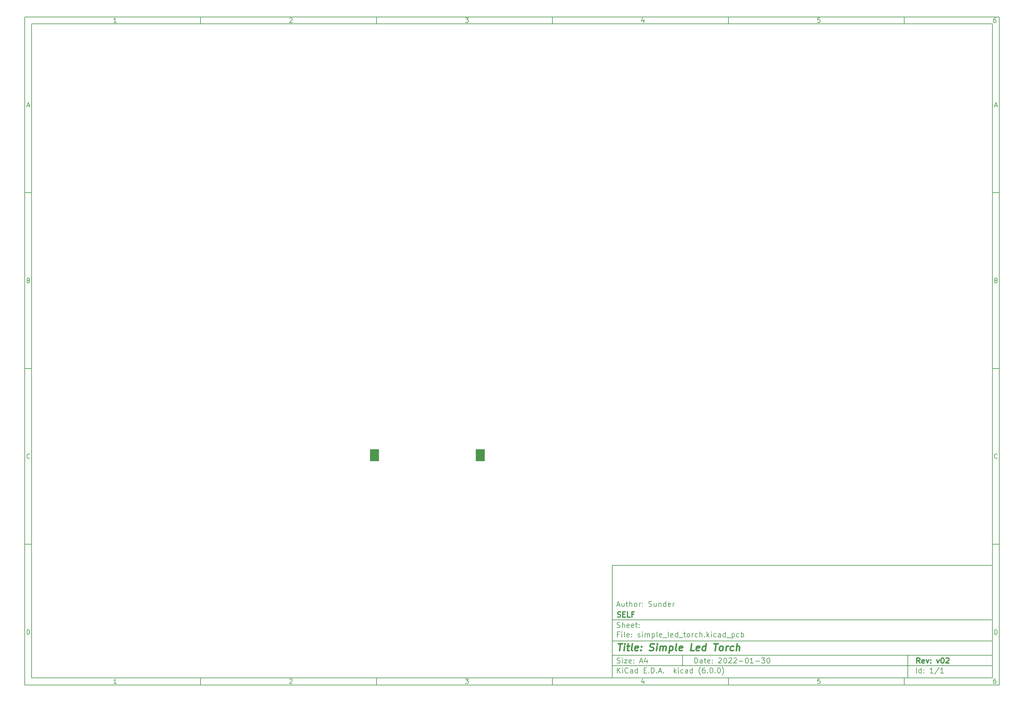
<source format=gbr>
%TF.GenerationSoftware,KiCad,Pcbnew,(6.0.0)*%
%TF.CreationDate,2022-01-30T14:03:21+05:30*%
%TF.ProjectId,simple_led_torch,73696d70-6c65-45f6-9c65-645f746f7263,v02*%
%TF.SameCoordinates,Original*%
%TF.FileFunction,Paste,Top*%
%TF.FilePolarity,Positive*%
%FSLAX46Y46*%
G04 Gerber Fmt 4.6, Leading zero omitted, Abs format (unit mm)*
G04 Created by KiCad (PCBNEW (6.0.0)) date 2022-01-30 14:03:21*
%MOMM*%
%LPD*%
G01*
G04 APERTURE LIST*
%ADD10C,0.100000*%
%ADD11C,0.150000*%
%ADD12C,0.300000*%
%ADD13C,0.400000*%
%ADD14R,2.540000X3.510000*%
G04 APERTURE END LIST*
D10*
D11*
X177002200Y-166007200D02*
X177002200Y-198007200D01*
X285002200Y-198007200D01*
X285002200Y-166007200D01*
X177002200Y-166007200D01*
D10*
D11*
X10000000Y-10000000D02*
X10000000Y-200007200D01*
X287002200Y-200007200D01*
X287002200Y-10000000D01*
X10000000Y-10000000D01*
D10*
D11*
X12000000Y-12000000D02*
X12000000Y-198007200D01*
X285002200Y-198007200D01*
X285002200Y-12000000D01*
X12000000Y-12000000D01*
D10*
D11*
X60000000Y-12000000D02*
X60000000Y-10000000D01*
D10*
D11*
X110000000Y-12000000D02*
X110000000Y-10000000D01*
D10*
D11*
X160000000Y-12000000D02*
X160000000Y-10000000D01*
D10*
D11*
X210000000Y-12000000D02*
X210000000Y-10000000D01*
D10*
D11*
X260000000Y-12000000D02*
X260000000Y-10000000D01*
D10*
D11*
X36065476Y-11588095D02*
X35322619Y-11588095D01*
X35694047Y-11588095D02*
X35694047Y-10288095D01*
X35570238Y-10473809D01*
X35446428Y-10597619D01*
X35322619Y-10659523D01*
D10*
D11*
X85322619Y-10411904D02*
X85384523Y-10350000D01*
X85508333Y-10288095D01*
X85817857Y-10288095D01*
X85941666Y-10350000D01*
X86003571Y-10411904D01*
X86065476Y-10535714D01*
X86065476Y-10659523D01*
X86003571Y-10845238D01*
X85260714Y-11588095D01*
X86065476Y-11588095D01*
D10*
D11*
X135260714Y-10288095D02*
X136065476Y-10288095D01*
X135632142Y-10783333D01*
X135817857Y-10783333D01*
X135941666Y-10845238D01*
X136003571Y-10907142D01*
X136065476Y-11030952D01*
X136065476Y-11340476D01*
X136003571Y-11464285D01*
X135941666Y-11526190D01*
X135817857Y-11588095D01*
X135446428Y-11588095D01*
X135322619Y-11526190D01*
X135260714Y-11464285D01*
D10*
D11*
X185941666Y-10721428D02*
X185941666Y-11588095D01*
X185632142Y-10226190D02*
X185322619Y-11154761D01*
X186127380Y-11154761D01*
D10*
D11*
X236003571Y-10288095D02*
X235384523Y-10288095D01*
X235322619Y-10907142D01*
X235384523Y-10845238D01*
X235508333Y-10783333D01*
X235817857Y-10783333D01*
X235941666Y-10845238D01*
X236003571Y-10907142D01*
X236065476Y-11030952D01*
X236065476Y-11340476D01*
X236003571Y-11464285D01*
X235941666Y-11526190D01*
X235817857Y-11588095D01*
X235508333Y-11588095D01*
X235384523Y-11526190D01*
X235322619Y-11464285D01*
D10*
D11*
X285941666Y-10288095D02*
X285694047Y-10288095D01*
X285570238Y-10350000D01*
X285508333Y-10411904D01*
X285384523Y-10597619D01*
X285322619Y-10845238D01*
X285322619Y-11340476D01*
X285384523Y-11464285D01*
X285446428Y-11526190D01*
X285570238Y-11588095D01*
X285817857Y-11588095D01*
X285941666Y-11526190D01*
X286003571Y-11464285D01*
X286065476Y-11340476D01*
X286065476Y-11030952D01*
X286003571Y-10907142D01*
X285941666Y-10845238D01*
X285817857Y-10783333D01*
X285570238Y-10783333D01*
X285446428Y-10845238D01*
X285384523Y-10907142D01*
X285322619Y-11030952D01*
D10*
D11*
X60000000Y-198007200D02*
X60000000Y-200007200D01*
D10*
D11*
X110000000Y-198007200D02*
X110000000Y-200007200D01*
D10*
D11*
X160000000Y-198007200D02*
X160000000Y-200007200D01*
D10*
D11*
X210000000Y-198007200D02*
X210000000Y-200007200D01*
D10*
D11*
X260000000Y-198007200D02*
X260000000Y-200007200D01*
D10*
D11*
X36065476Y-199595295D02*
X35322619Y-199595295D01*
X35694047Y-199595295D02*
X35694047Y-198295295D01*
X35570238Y-198481009D01*
X35446428Y-198604819D01*
X35322619Y-198666723D01*
D10*
D11*
X85322619Y-198419104D02*
X85384523Y-198357200D01*
X85508333Y-198295295D01*
X85817857Y-198295295D01*
X85941666Y-198357200D01*
X86003571Y-198419104D01*
X86065476Y-198542914D01*
X86065476Y-198666723D01*
X86003571Y-198852438D01*
X85260714Y-199595295D01*
X86065476Y-199595295D01*
D10*
D11*
X135260714Y-198295295D02*
X136065476Y-198295295D01*
X135632142Y-198790533D01*
X135817857Y-198790533D01*
X135941666Y-198852438D01*
X136003571Y-198914342D01*
X136065476Y-199038152D01*
X136065476Y-199347676D01*
X136003571Y-199471485D01*
X135941666Y-199533390D01*
X135817857Y-199595295D01*
X135446428Y-199595295D01*
X135322619Y-199533390D01*
X135260714Y-199471485D01*
D10*
D11*
X185941666Y-198728628D02*
X185941666Y-199595295D01*
X185632142Y-198233390D02*
X185322619Y-199161961D01*
X186127380Y-199161961D01*
D10*
D11*
X236003571Y-198295295D02*
X235384523Y-198295295D01*
X235322619Y-198914342D01*
X235384523Y-198852438D01*
X235508333Y-198790533D01*
X235817857Y-198790533D01*
X235941666Y-198852438D01*
X236003571Y-198914342D01*
X236065476Y-199038152D01*
X236065476Y-199347676D01*
X236003571Y-199471485D01*
X235941666Y-199533390D01*
X235817857Y-199595295D01*
X235508333Y-199595295D01*
X235384523Y-199533390D01*
X235322619Y-199471485D01*
D10*
D11*
X285941666Y-198295295D02*
X285694047Y-198295295D01*
X285570238Y-198357200D01*
X285508333Y-198419104D01*
X285384523Y-198604819D01*
X285322619Y-198852438D01*
X285322619Y-199347676D01*
X285384523Y-199471485D01*
X285446428Y-199533390D01*
X285570238Y-199595295D01*
X285817857Y-199595295D01*
X285941666Y-199533390D01*
X286003571Y-199471485D01*
X286065476Y-199347676D01*
X286065476Y-199038152D01*
X286003571Y-198914342D01*
X285941666Y-198852438D01*
X285817857Y-198790533D01*
X285570238Y-198790533D01*
X285446428Y-198852438D01*
X285384523Y-198914342D01*
X285322619Y-199038152D01*
D10*
D11*
X10000000Y-60000000D02*
X12000000Y-60000000D01*
D10*
D11*
X10000000Y-110000000D02*
X12000000Y-110000000D01*
D10*
D11*
X10000000Y-160000000D02*
X12000000Y-160000000D01*
D10*
D11*
X10690476Y-35216666D02*
X11309523Y-35216666D01*
X10566666Y-35588095D02*
X11000000Y-34288095D01*
X11433333Y-35588095D01*
D10*
D11*
X11092857Y-84907142D02*
X11278571Y-84969047D01*
X11340476Y-85030952D01*
X11402380Y-85154761D01*
X11402380Y-85340476D01*
X11340476Y-85464285D01*
X11278571Y-85526190D01*
X11154761Y-85588095D01*
X10659523Y-85588095D01*
X10659523Y-84288095D01*
X11092857Y-84288095D01*
X11216666Y-84350000D01*
X11278571Y-84411904D01*
X11340476Y-84535714D01*
X11340476Y-84659523D01*
X11278571Y-84783333D01*
X11216666Y-84845238D01*
X11092857Y-84907142D01*
X10659523Y-84907142D01*
D10*
D11*
X11402380Y-135464285D02*
X11340476Y-135526190D01*
X11154761Y-135588095D01*
X11030952Y-135588095D01*
X10845238Y-135526190D01*
X10721428Y-135402380D01*
X10659523Y-135278571D01*
X10597619Y-135030952D01*
X10597619Y-134845238D01*
X10659523Y-134597619D01*
X10721428Y-134473809D01*
X10845238Y-134350000D01*
X11030952Y-134288095D01*
X11154761Y-134288095D01*
X11340476Y-134350000D01*
X11402380Y-134411904D01*
D10*
D11*
X10659523Y-185588095D02*
X10659523Y-184288095D01*
X10969047Y-184288095D01*
X11154761Y-184350000D01*
X11278571Y-184473809D01*
X11340476Y-184597619D01*
X11402380Y-184845238D01*
X11402380Y-185030952D01*
X11340476Y-185278571D01*
X11278571Y-185402380D01*
X11154761Y-185526190D01*
X10969047Y-185588095D01*
X10659523Y-185588095D01*
D10*
D11*
X287002200Y-60000000D02*
X285002200Y-60000000D01*
D10*
D11*
X287002200Y-110000000D02*
X285002200Y-110000000D01*
D10*
D11*
X287002200Y-160000000D02*
X285002200Y-160000000D01*
D10*
D11*
X285692676Y-35216666D02*
X286311723Y-35216666D01*
X285568866Y-35588095D02*
X286002200Y-34288095D01*
X286435533Y-35588095D01*
D10*
D11*
X286095057Y-84907142D02*
X286280771Y-84969047D01*
X286342676Y-85030952D01*
X286404580Y-85154761D01*
X286404580Y-85340476D01*
X286342676Y-85464285D01*
X286280771Y-85526190D01*
X286156961Y-85588095D01*
X285661723Y-85588095D01*
X285661723Y-84288095D01*
X286095057Y-84288095D01*
X286218866Y-84350000D01*
X286280771Y-84411904D01*
X286342676Y-84535714D01*
X286342676Y-84659523D01*
X286280771Y-84783333D01*
X286218866Y-84845238D01*
X286095057Y-84907142D01*
X285661723Y-84907142D01*
D10*
D11*
X286404580Y-135464285D02*
X286342676Y-135526190D01*
X286156961Y-135588095D01*
X286033152Y-135588095D01*
X285847438Y-135526190D01*
X285723628Y-135402380D01*
X285661723Y-135278571D01*
X285599819Y-135030952D01*
X285599819Y-134845238D01*
X285661723Y-134597619D01*
X285723628Y-134473809D01*
X285847438Y-134350000D01*
X286033152Y-134288095D01*
X286156961Y-134288095D01*
X286342676Y-134350000D01*
X286404580Y-134411904D01*
D10*
D11*
X285661723Y-185588095D02*
X285661723Y-184288095D01*
X285971247Y-184288095D01*
X286156961Y-184350000D01*
X286280771Y-184473809D01*
X286342676Y-184597619D01*
X286404580Y-184845238D01*
X286404580Y-185030952D01*
X286342676Y-185278571D01*
X286280771Y-185402380D01*
X286156961Y-185526190D01*
X285971247Y-185588095D01*
X285661723Y-185588095D01*
D10*
D11*
X200434342Y-193785771D02*
X200434342Y-192285771D01*
X200791485Y-192285771D01*
X201005771Y-192357200D01*
X201148628Y-192500057D01*
X201220057Y-192642914D01*
X201291485Y-192928628D01*
X201291485Y-193142914D01*
X201220057Y-193428628D01*
X201148628Y-193571485D01*
X201005771Y-193714342D01*
X200791485Y-193785771D01*
X200434342Y-193785771D01*
X202577200Y-193785771D02*
X202577200Y-193000057D01*
X202505771Y-192857200D01*
X202362914Y-192785771D01*
X202077200Y-192785771D01*
X201934342Y-192857200D01*
X202577200Y-193714342D02*
X202434342Y-193785771D01*
X202077200Y-193785771D01*
X201934342Y-193714342D01*
X201862914Y-193571485D01*
X201862914Y-193428628D01*
X201934342Y-193285771D01*
X202077200Y-193214342D01*
X202434342Y-193214342D01*
X202577200Y-193142914D01*
X203077200Y-192785771D02*
X203648628Y-192785771D01*
X203291485Y-192285771D02*
X203291485Y-193571485D01*
X203362914Y-193714342D01*
X203505771Y-193785771D01*
X203648628Y-193785771D01*
X204720057Y-193714342D02*
X204577200Y-193785771D01*
X204291485Y-193785771D01*
X204148628Y-193714342D01*
X204077200Y-193571485D01*
X204077200Y-193000057D01*
X204148628Y-192857200D01*
X204291485Y-192785771D01*
X204577200Y-192785771D01*
X204720057Y-192857200D01*
X204791485Y-193000057D01*
X204791485Y-193142914D01*
X204077200Y-193285771D01*
X205434342Y-193642914D02*
X205505771Y-193714342D01*
X205434342Y-193785771D01*
X205362914Y-193714342D01*
X205434342Y-193642914D01*
X205434342Y-193785771D01*
X205434342Y-192857200D02*
X205505771Y-192928628D01*
X205434342Y-193000057D01*
X205362914Y-192928628D01*
X205434342Y-192857200D01*
X205434342Y-193000057D01*
X207220057Y-192428628D02*
X207291485Y-192357200D01*
X207434342Y-192285771D01*
X207791485Y-192285771D01*
X207934342Y-192357200D01*
X208005771Y-192428628D01*
X208077200Y-192571485D01*
X208077200Y-192714342D01*
X208005771Y-192928628D01*
X207148628Y-193785771D01*
X208077200Y-193785771D01*
X209005771Y-192285771D02*
X209148628Y-192285771D01*
X209291485Y-192357200D01*
X209362914Y-192428628D01*
X209434342Y-192571485D01*
X209505771Y-192857200D01*
X209505771Y-193214342D01*
X209434342Y-193500057D01*
X209362914Y-193642914D01*
X209291485Y-193714342D01*
X209148628Y-193785771D01*
X209005771Y-193785771D01*
X208862914Y-193714342D01*
X208791485Y-193642914D01*
X208720057Y-193500057D01*
X208648628Y-193214342D01*
X208648628Y-192857200D01*
X208720057Y-192571485D01*
X208791485Y-192428628D01*
X208862914Y-192357200D01*
X209005771Y-192285771D01*
X210077200Y-192428628D02*
X210148628Y-192357200D01*
X210291485Y-192285771D01*
X210648628Y-192285771D01*
X210791485Y-192357200D01*
X210862914Y-192428628D01*
X210934342Y-192571485D01*
X210934342Y-192714342D01*
X210862914Y-192928628D01*
X210005771Y-193785771D01*
X210934342Y-193785771D01*
X211505771Y-192428628D02*
X211577200Y-192357200D01*
X211720057Y-192285771D01*
X212077200Y-192285771D01*
X212220057Y-192357200D01*
X212291485Y-192428628D01*
X212362914Y-192571485D01*
X212362914Y-192714342D01*
X212291485Y-192928628D01*
X211434342Y-193785771D01*
X212362914Y-193785771D01*
X213005771Y-193214342D02*
X214148628Y-193214342D01*
X215148628Y-192285771D02*
X215291485Y-192285771D01*
X215434342Y-192357200D01*
X215505771Y-192428628D01*
X215577200Y-192571485D01*
X215648628Y-192857200D01*
X215648628Y-193214342D01*
X215577200Y-193500057D01*
X215505771Y-193642914D01*
X215434342Y-193714342D01*
X215291485Y-193785771D01*
X215148628Y-193785771D01*
X215005771Y-193714342D01*
X214934342Y-193642914D01*
X214862914Y-193500057D01*
X214791485Y-193214342D01*
X214791485Y-192857200D01*
X214862914Y-192571485D01*
X214934342Y-192428628D01*
X215005771Y-192357200D01*
X215148628Y-192285771D01*
X217077200Y-193785771D02*
X216220057Y-193785771D01*
X216648628Y-193785771D02*
X216648628Y-192285771D01*
X216505771Y-192500057D01*
X216362914Y-192642914D01*
X216220057Y-192714342D01*
X217720057Y-193214342D02*
X218862914Y-193214342D01*
X219434342Y-192285771D02*
X220362914Y-192285771D01*
X219862914Y-192857200D01*
X220077200Y-192857200D01*
X220220057Y-192928628D01*
X220291485Y-193000057D01*
X220362914Y-193142914D01*
X220362914Y-193500057D01*
X220291485Y-193642914D01*
X220220057Y-193714342D01*
X220077200Y-193785771D01*
X219648628Y-193785771D01*
X219505771Y-193714342D01*
X219434342Y-193642914D01*
X221291485Y-192285771D02*
X221434342Y-192285771D01*
X221577200Y-192357200D01*
X221648628Y-192428628D01*
X221720057Y-192571485D01*
X221791485Y-192857200D01*
X221791485Y-193214342D01*
X221720057Y-193500057D01*
X221648628Y-193642914D01*
X221577200Y-193714342D01*
X221434342Y-193785771D01*
X221291485Y-193785771D01*
X221148628Y-193714342D01*
X221077200Y-193642914D01*
X221005771Y-193500057D01*
X220934342Y-193214342D01*
X220934342Y-192857200D01*
X221005771Y-192571485D01*
X221077200Y-192428628D01*
X221148628Y-192357200D01*
X221291485Y-192285771D01*
D10*
D11*
X177002200Y-194507200D02*
X285002200Y-194507200D01*
D10*
D11*
X178434342Y-196585771D02*
X178434342Y-195085771D01*
X179291485Y-196585771D02*
X178648628Y-195728628D01*
X179291485Y-195085771D02*
X178434342Y-195942914D01*
X179934342Y-196585771D02*
X179934342Y-195585771D01*
X179934342Y-195085771D02*
X179862914Y-195157200D01*
X179934342Y-195228628D01*
X180005771Y-195157200D01*
X179934342Y-195085771D01*
X179934342Y-195228628D01*
X181505771Y-196442914D02*
X181434342Y-196514342D01*
X181220057Y-196585771D01*
X181077200Y-196585771D01*
X180862914Y-196514342D01*
X180720057Y-196371485D01*
X180648628Y-196228628D01*
X180577200Y-195942914D01*
X180577200Y-195728628D01*
X180648628Y-195442914D01*
X180720057Y-195300057D01*
X180862914Y-195157200D01*
X181077200Y-195085771D01*
X181220057Y-195085771D01*
X181434342Y-195157200D01*
X181505771Y-195228628D01*
X182791485Y-196585771D02*
X182791485Y-195800057D01*
X182720057Y-195657200D01*
X182577200Y-195585771D01*
X182291485Y-195585771D01*
X182148628Y-195657200D01*
X182791485Y-196514342D02*
X182648628Y-196585771D01*
X182291485Y-196585771D01*
X182148628Y-196514342D01*
X182077200Y-196371485D01*
X182077200Y-196228628D01*
X182148628Y-196085771D01*
X182291485Y-196014342D01*
X182648628Y-196014342D01*
X182791485Y-195942914D01*
X184148628Y-196585771D02*
X184148628Y-195085771D01*
X184148628Y-196514342D02*
X184005771Y-196585771D01*
X183720057Y-196585771D01*
X183577200Y-196514342D01*
X183505771Y-196442914D01*
X183434342Y-196300057D01*
X183434342Y-195871485D01*
X183505771Y-195728628D01*
X183577200Y-195657200D01*
X183720057Y-195585771D01*
X184005771Y-195585771D01*
X184148628Y-195657200D01*
X186005771Y-195800057D02*
X186505771Y-195800057D01*
X186720057Y-196585771D02*
X186005771Y-196585771D01*
X186005771Y-195085771D01*
X186720057Y-195085771D01*
X187362914Y-196442914D02*
X187434342Y-196514342D01*
X187362914Y-196585771D01*
X187291485Y-196514342D01*
X187362914Y-196442914D01*
X187362914Y-196585771D01*
X188077200Y-196585771D02*
X188077200Y-195085771D01*
X188434342Y-195085771D01*
X188648628Y-195157200D01*
X188791485Y-195300057D01*
X188862914Y-195442914D01*
X188934342Y-195728628D01*
X188934342Y-195942914D01*
X188862914Y-196228628D01*
X188791485Y-196371485D01*
X188648628Y-196514342D01*
X188434342Y-196585771D01*
X188077200Y-196585771D01*
X189577200Y-196442914D02*
X189648628Y-196514342D01*
X189577200Y-196585771D01*
X189505771Y-196514342D01*
X189577200Y-196442914D01*
X189577200Y-196585771D01*
X190220057Y-196157200D02*
X190934342Y-196157200D01*
X190077200Y-196585771D02*
X190577200Y-195085771D01*
X191077200Y-196585771D01*
X191577200Y-196442914D02*
X191648628Y-196514342D01*
X191577200Y-196585771D01*
X191505771Y-196514342D01*
X191577200Y-196442914D01*
X191577200Y-196585771D01*
X194577200Y-196585771D02*
X194577200Y-195085771D01*
X194720057Y-196014342D02*
X195148628Y-196585771D01*
X195148628Y-195585771D02*
X194577200Y-196157200D01*
X195791485Y-196585771D02*
X195791485Y-195585771D01*
X195791485Y-195085771D02*
X195720057Y-195157200D01*
X195791485Y-195228628D01*
X195862914Y-195157200D01*
X195791485Y-195085771D01*
X195791485Y-195228628D01*
X197148628Y-196514342D02*
X197005771Y-196585771D01*
X196720057Y-196585771D01*
X196577200Y-196514342D01*
X196505771Y-196442914D01*
X196434342Y-196300057D01*
X196434342Y-195871485D01*
X196505771Y-195728628D01*
X196577200Y-195657200D01*
X196720057Y-195585771D01*
X197005771Y-195585771D01*
X197148628Y-195657200D01*
X198434342Y-196585771D02*
X198434342Y-195800057D01*
X198362914Y-195657200D01*
X198220057Y-195585771D01*
X197934342Y-195585771D01*
X197791485Y-195657200D01*
X198434342Y-196514342D02*
X198291485Y-196585771D01*
X197934342Y-196585771D01*
X197791485Y-196514342D01*
X197720057Y-196371485D01*
X197720057Y-196228628D01*
X197791485Y-196085771D01*
X197934342Y-196014342D01*
X198291485Y-196014342D01*
X198434342Y-195942914D01*
X199791485Y-196585771D02*
X199791485Y-195085771D01*
X199791485Y-196514342D02*
X199648628Y-196585771D01*
X199362914Y-196585771D01*
X199220057Y-196514342D01*
X199148628Y-196442914D01*
X199077200Y-196300057D01*
X199077200Y-195871485D01*
X199148628Y-195728628D01*
X199220057Y-195657200D01*
X199362914Y-195585771D01*
X199648628Y-195585771D01*
X199791485Y-195657200D01*
X202077200Y-197157200D02*
X202005771Y-197085771D01*
X201862914Y-196871485D01*
X201791485Y-196728628D01*
X201720057Y-196514342D01*
X201648628Y-196157200D01*
X201648628Y-195871485D01*
X201720057Y-195514342D01*
X201791485Y-195300057D01*
X201862914Y-195157200D01*
X202005771Y-194942914D01*
X202077200Y-194871485D01*
X203291485Y-195085771D02*
X203005771Y-195085771D01*
X202862914Y-195157200D01*
X202791485Y-195228628D01*
X202648628Y-195442914D01*
X202577200Y-195728628D01*
X202577200Y-196300057D01*
X202648628Y-196442914D01*
X202720057Y-196514342D01*
X202862914Y-196585771D01*
X203148628Y-196585771D01*
X203291485Y-196514342D01*
X203362914Y-196442914D01*
X203434342Y-196300057D01*
X203434342Y-195942914D01*
X203362914Y-195800057D01*
X203291485Y-195728628D01*
X203148628Y-195657200D01*
X202862914Y-195657200D01*
X202720057Y-195728628D01*
X202648628Y-195800057D01*
X202577200Y-195942914D01*
X204077200Y-196442914D02*
X204148628Y-196514342D01*
X204077200Y-196585771D01*
X204005771Y-196514342D01*
X204077200Y-196442914D01*
X204077200Y-196585771D01*
X205077200Y-195085771D02*
X205220057Y-195085771D01*
X205362914Y-195157200D01*
X205434342Y-195228628D01*
X205505771Y-195371485D01*
X205577200Y-195657200D01*
X205577200Y-196014342D01*
X205505771Y-196300057D01*
X205434342Y-196442914D01*
X205362914Y-196514342D01*
X205220057Y-196585771D01*
X205077200Y-196585771D01*
X204934342Y-196514342D01*
X204862914Y-196442914D01*
X204791485Y-196300057D01*
X204720057Y-196014342D01*
X204720057Y-195657200D01*
X204791485Y-195371485D01*
X204862914Y-195228628D01*
X204934342Y-195157200D01*
X205077200Y-195085771D01*
X206220057Y-196442914D02*
X206291485Y-196514342D01*
X206220057Y-196585771D01*
X206148628Y-196514342D01*
X206220057Y-196442914D01*
X206220057Y-196585771D01*
X207220057Y-195085771D02*
X207362914Y-195085771D01*
X207505771Y-195157200D01*
X207577200Y-195228628D01*
X207648628Y-195371485D01*
X207720057Y-195657200D01*
X207720057Y-196014342D01*
X207648628Y-196300057D01*
X207577200Y-196442914D01*
X207505771Y-196514342D01*
X207362914Y-196585771D01*
X207220057Y-196585771D01*
X207077200Y-196514342D01*
X207005771Y-196442914D01*
X206934342Y-196300057D01*
X206862914Y-196014342D01*
X206862914Y-195657200D01*
X206934342Y-195371485D01*
X207005771Y-195228628D01*
X207077200Y-195157200D01*
X207220057Y-195085771D01*
X208220057Y-197157200D02*
X208291485Y-197085771D01*
X208434342Y-196871485D01*
X208505771Y-196728628D01*
X208577200Y-196514342D01*
X208648628Y-196157200D01*
X208648628Y-195871485D01*
X208577200Y-195514342D01*
X208505771Y-195300057D01*
X208434342Y-195157200D01*
X208291485Y-194942914D01*
X208220057Y-194871485D01*
D10*
D11*
X177002200Y-191507200D02*
X285002200Y-191507200D01*
D10*
D12*
X264411485Y-193785771D02*
X263911485Y-193071485D01*
X263554342Y-193785771D02*
X263554342Y-192285771D01*
X264125771Y-192285771D01*
X264268628Y-192357200D01*
X264340057Y-192428628D01*
X264411485Y-192571485D01*
X264411485Y-192785771D01*
X264340057Y-192928628D01*
X264268628Y-193000057D01*
X264125771Y-193071485D01*
X263554342Y-193071485D01*
X265625771Y-193714342D02*
X265482914Y-193785771D01*
X265197200Y-193785771D01*
X265054342Y-193714342D01*
X264982914Y-193571485D01*
X264982914Y-193000057D01*
X265054342Y-192857200D01*
X265197200Y-192785771D01*
X265482914Y-192785771D01*
X265625771Y-192857200D01*
X265697200Y-193000057D01*
X265697200Y-193142914D01*
X264982914Y-193285771D01*
X266197200Y-192785771D02*
X266554342Y-193785771D01*
X266911485Y-192785771D01*
X267482914Y-193642914D02*
X267554342Y-193714342D01*
X267482914Y-193785771D01*
X267411485Y-193714342D01*
X267482914Y-193642914D01*
X267482914Y-193785771D01*
X267482914Y-192857200D02*
X267554342Y-192928628D01*
X267482914Y-193000057D01*
X267411485Y-192928628D01*
X267482914Y-192857200D01*
X267482914Y-193000057D01*
X269197200Y-192785771D02*
X269554342Y-193785771D01*
X269911485Y-192785771D01*
X270768628Y-192285771D02*
X270911485Y-192285771D01*
X271054342Y-192357200D01*
X271125771Y-192428628D01*
X271197200Y-192571485D01*
X271268628Y-192857200D01*
X271268628Y-193214342D01*
X271197200Y-193500057D01*
X271125771Y-193642914D01*
X271054342Y-193714342D01*
X270911485Y-193785771D01*
X270768628Y-193785771D01*
X270625771Y-193714342D01*
X270554342Y-193642914D01*
X270482914Y-193500057D01*
X270411485Y-193214342D01*
X270411485Y-192857200D01*
X270482914Y-192571485D01*
X270554342Y-192428628D01*
X270625771Y-192357200D01*
X270768628Y-192285771D01*
X271840057Y-192428628D02*
X271911485Y-192357200D01*
X272054342Y-192285771D01*
X272411485Y-192285771D01*
X272554342Y-192357200D01*
X272625771Y-192428628D01*
X272697200Y-192571485D01*
X272697200Y-192714342D01*
X272625771Y-192928628D01*
X271768628Y-193785771D01*
X272697200Y-193785771D01*
D10*
D11*
X178362914Y-193714342D02*
X178577200Y-193785771D01*
X178934342Y-193785771D01*
X179077200Y-193714342D01*
X179148628Y-193642914D01*
X179220057Y-193500057D01*
X179220057Y-193357200D01*
X179148628Y-193214342D01*
X179077200Y-193142914D01*
X178934342Y-193071485D01*
X178648628Y-193000057D01*
X178505771Y-192928628D01*
X178434342Y-192857200D01*
X178362914Y-192714342D01*
X178362914Y-192571485D01*
X178434342Y-192428628D01*
X178505771Y-192357200D01*
X178648628Y-192285771D01*
X179005771Y-192285771D01*
X179220057Y-192357200D01*
X179862914Y-193785771D02*
X179862914Y-192785771D01*
X179862914Y-192285771D02*
X179791485Y-192357200D01*
X179862914Y-192428628D01*
X179934342Y-192357200D01*
X179862914Y-192285771D01*
X179862914Y-192428628D01*
X180434342Y-192785771D02*
X181220057Y-192785771D01*
X180434342Y-193785771D01*
X181220057Y-193785771D01*
X182362914Y-193714342D02*
X182220057Y-193785771D01*
X181934342Y-193785771D01*
X181791485Y-193714342D01*
X181720057Y-193571485D01*
X181720057Y-193000057D01*
X181791485Y-192857200D01*
X181934342Y-192785771D01*
X182220057Y-192785771D01*
X182362914Y-192857200D01*
X182434342Y-193000057D01*
X182434342Y-193142914D01*
X181720057Y-193285771D01*
X183077200Y-193642914D02*
X183148628Y-193714342D01*
X183077200Y-193785771D01*
X183005771Y-193714342D01*
X183077200Y-193642914D01*
X183077200Y-193785771D01*
X183077200Y-192857200D02*
X183148628Y-192928628D01*
X183077200Y-193000057D01*
X183005771Y-192928628D01*
X183077200Y-192857200D01*
X183077200Y-193000057D01*
X184862914Y-193357200D02*
X185577200Y-193357200D01*
X184720057Y-193785771D02*
X185220057Y-192285771D01*
X185720057Y-193785771D01*
X186862914Y-192785771D02*
X186862914Y-193785771D01*
X186505771Y-192214342D02*
X186148628Y-193285771D01*
X187077200Y-193285771D01*
D10*
D11*
X263434342Y-196585771D02*
X263434342Y-195085771D01*
X264791485Y-196585771D02*
X264791485Y-195085771D01*
X264791485Y-196514342D02*
X264648628Y-196585771D01*
X264362914Y-196585771D01*
X264220057Y-196514342D01*
X264148628Y-196442914D01*
X264077200Y-196300057D01*
X264077200Y-195871485D01*
X264148628Y-195728628D01*
X264220057Y-195657200D01*
X264362914Y-195585771D01*
X264648628Y-195585771D01*
X264791485Y-195657200D01*
X265505771Y-196442914D02*
X265577200Y-196514342D01*
X265505771Y-196585771D01*
X265434342Y-196514342D01*
X265505771Y-196442914D01*
X265505771Y-196585771D01*
X265505771Y-195657200D02*
X265577200Y-195728628D01*
X265505771Y-195800057D01*
X265434342Y-195728628D01*
X265505771Y-195657200D01*
X265505771Y-195800057D01*
X268148628Y-196585771D02*
X267291485Y-196585771D01*
X267720057Y-196585771D02*
X267720057Y-195085771D01*
X267577200Y-195300057D01*
X267434342Y-195442914D01*
X267291485Y-195514342D01*
X269862914Y-195014342D02*
X268577200Y-196942914D01*
X271148628Y-196585771D02*
X270291485Y-196585771D01*
X270720057Y-196585771D02*
X270720057Y-195085771D01*
X270577200Y-195300057D01*
X270434342Y-195442914D01*
X270291485Y-195514342D01*
D10*
D11*
X177002200Y-187507200D02*
X285002200Y-187507200D01*
D10*
D13*
X178714580Y-188211961D02*
X179857438Y-188211961D01*
X179036009Y-190211961D02*
X179286009Y-188211961D01*
X180274104Y-190211961D02*
X180440771Y-188878628D01*
X180524104Y-188211961D02*
X180416961Y-188307200D01*
X180500295Y-188402438D01*
X180607438Y-188307200D01*
X180524104Y-188211961D01*
X180500295Y-188402438D01*
X181107438Y-188878628D02*
X181869342Y-188878628D01*
X181476485Y-188211961D02*
X181262200Y-189926247D01*
X181333628Y-190116723D01*
X181512200Y-190211961D01*
X181702676Y-190211961D01*
X182655057Y-190211961D02*
X182476485Y-190116723D01*
X182405057Y-189926247D01*
X182619342Y-188211961D01*
X184190771Y-190116723D02*
X183988390Y-190211961D01*
X183607438Y-190211961D01*
X183428866Y-190116723D01*
X183357438Y-189926247D01*
X183452676Y-189164342D01*
X183571723Y-188973866D01*
X183774104Y-188878628D01*
X184155057Y-188878628D01*
X184333628Y-188973866D01*
X184405057Y-189164342D01*
X184381247Y-189354819D01*
X183405057Y-189545295D01*
X185155057Y-190021485D02*
X185238390Y-190116723D01*
X185131247Y-190211961D01*
X185047914Y-190116723D01*
X185155057Y-190021485D01*
X185131247Y-190211961D01*
X185286009Y-188973866D02*
X185369342Y-189069104D01*
X185262200Y-189164342D01*
X185178866Y-189069104D01*
X185286009Y-188973866D01*
X185262200Y-189164342D01*
X187524104Y-190116723D02*
X187797914Y-190211961D01*
X188274104Y-190211961D01*
X188476485Y-190116723D01*
X188583628Y-190021485D01*
X188702676Y-189831009D01*
X188726485Y-189640533D01*
X188655057Y-189450057D01*
X188571723Y-189354819D01*
X188393152Y-189259580D01*
X188024104Y-189164342D01*
X187845533Y-189069104D01*
X187762200Y-188973866D01*
X187690771Y-188783390D01*
X187714580Y-188592914D01*
X187833628Y-188402438D01*
X187940771Y-188307200D01*
X188143152Y-188211961D01*
X188619342Y-188211961D01*
X188893152Y-188307200D01*
X189512200Y-190211961D02*
X189678866Y-188878628D01*
X189762200Y-188211961D02*
X189655057Y-188307200D01*
X189738390Y-188402438D01*
X189845533Y-188307200D01*
X189762200Y-188211961D01*
X189738390Y-188402438D01*
X190464580Y-190211961D02*
X190631247Y-188878628D01*
X190607438Y-189069104D02*
X190714580Y-188973866D01*
X190916961Y-188878628D01*
X191202676Y-188878628D01*
X191381247Y-188973866D01*
X191452676Y-189164342D01*
X191321723Y-190211961D01*
X191452676Y-189164342D02*
X191571723Y-188973866D01*
X191774104Y-188878628D01*
X192059819Y-188878628D01*
X192238390Y-188973866D01*
X192309819Y-189164342D01*
X192178866Y-190211961D01*
X193297914Y-188878628D02*
X193047914Y-190878628D01*
X193286009Y-188973866D02*
X193488390Y-188878628D01*
X193869342Y-188878628D01*
X194047914Y-188973866D01*
X194131247Y-189069104D01*
X194202676Y-189259580D01*
X194131247Y-189831009D01*
X194012200Y-190021485D01*
X193905057Y-190116723D01*
X193702676Y-190211961D01*
X193321723Y-190211961D01*
X193143152Y-190116723D01*
X195226485Y-190211961D02*
X195047914Y-190116723D01*
X194976485Y-189926247D01*
X195190771Y-188211961D01*
X196762200Y-190116723D02*
X196559819Y-190211961D01*
X196178866Y-190211961D01*
X196000295Y-190116723D01*
X195928866Y-189926247D01*
X196024104Y-189164342D01*
X196143152Y-188973866D01*
X196345533Y-188878628D01*
X196726485Y-188878628D01*
X196905057Y-188973866D01*
X196976485Y-189164342D01*
X196952676Y-189354819D01*
X195976485Y-189545295D01*
X200178866Y-190211961D02*
X199226485Y-190211961D01*
X199476485Y-188211961D01*
X201619342Y-190116723D02*
X201416961Y-190211961D01*
X201036009Y-190211961D01*
X200857438Y-190116723D01*
X200786009Y-189926247D01*
X200881247Y-189164342D01*
X201000295Y-188973866D01*
X201202676Y-188878628D01*
X201583628Y-188878628D01*
X201762200Y-188973866D01*
X201833628Y-189164342D01*
X201809819Y-189354819D01*
X200833628Y-189545295D01*
X203416961Y-190211961D02*
X203666961Y-188211961D01*
X203428866Y-190116723D02*
X203226485Y-190211961D01*
X202845533Y-190211961D01*
X202666961Y-190116723D01*
X202583628Y-190021485D01*
X202512200Y-189831009D01*
X202583628Y-189259580D01*
X202702676Y-189069104D01*
X202809819Y-188973866D01*
X203012200Y-188878628D01*
X203393152Y-188878628D01*
X203571723Y-188973866D01*
X205857438Y-188211961D02*
X207000295Y-188211961D01*
X206178866Y-190211961D02*
X206428866Y-188211961D01*
X207702676Y-190211961D02*
X207524104Y-190116723D01*
X207440771Y-190021485D01*
X207369342Y-189831009D01*
X207440771Y-189259580D01*
X207559819Y-189069104D01*
X207666961Y-188973866D01*
X207869342Y-188878628D01*
X208155057Y-188878628D01*
X208333628Y-188973866D01*
X208416961Y-189069104D01*
X208488390Y-189259580D01*
X208416961Y-189831009D01*
X208297914Y-190021485D01*
X208190771Y-190116723D01*
X207988390Y-190211961D01*
X207702676Y-190211961D01*
X209226485Y-190211961D02*
X209393152Y-188878628D01*
X209345533Y-189259580D02*
X209464580Y-189069104D01*
X209571723Y-188973866D01*
X209774104Y-188878628D01*
X209964580Y-188878628D01*
X211333628Y-190116723D02*
X211131247Y-190211961D01*
X210750295Y-190211961D01*
X210571723Y-190116723D01*
X210488390Y-190021485D01*
X210416961Y-189831009D01*
X210488390Y-189259580D01*
X210607438Y-189069104D01*
X210714580Y-188973866D01*
X210916961Y-188878628D01*
X211297914Y-188878628D01*
X211476485Y-188973866D01*
X212178866Y-190211961D02*
X212428866Y-188211961D01*
X213036009Y-190211961D02*
X213166961Y-189164342D01*
X213095533Y-188973866D01*
X212916961Y-188878628D01*
X212631247Y-188878628D01*
X212428866Y-188973866D01*
X212321723Y-189069104D01*
D10*
D11*
X178934342Y-185600057D02*
X178434342Y-185600057D01*
X178434342Y-186385771D02*
X178434342Y-184885771D01*
X179148628Y-184885771D01*
X179720057Y-186385771D02*
X179720057Y-185385771D01*
X179720057Y-184885771D02*
X179648628Y-184957200D01*
X179720057Y-185028628D01*
X179791485Y-184957200D01*
X179720057Y-184885771D01*
X179720057Y-185028628D01*
X180648628Y-186385771D02*
X180505771Y-186314342D01*
X180434342Y-186171485D01*
X180434342Y-184885771D01*
X181791485Y-186314342D02*
X181648628Y-186385771D01*
X181362914Y-186385771D01*
X181220057Y-186314342D01*
X181148628Y-186171485D01*
X181148628Y-185600057D01*
X181220057Y-185457200D01*
X181362914Y-185385771D01*
X181648628Y-185385771D01*
X181791485Y-185457200D01*
X181862914Y-185600057D01*
X181862914Y-185742914D01*
X181148628Y-185885771D01*
X182505771Y-186242914D02*
X182577200Y-186314342D01*
X182505771Y-186385771D01*
X182434342Y-186314342D01*
X182505771Y-186242914D01*
X182505771Y-186385771D01*
X182505771Y-185457200D02*
X182577200Y-185528628D01*
X182505771Y-185600057D01*
X182434342Y-185528628D01*
X182505771Y-185457200D01*
X182505771Y-185600057D01*
X184291485Y-186314342D02*
X184434342Y-186385771D01*
X184720057Y-186385771D01*
X184862914Y-186314342D01*
X184934342Y-186171485D01*
X184934342Y-186100057D01*
X184862914Y-185957200D01*
X184720057Y-185885771D01*
X184505771Y-185885771D01*
X184362914Y-185814342D01*
X184291485Y-185671485D01*
X184291485Y-185600057D01*
X184362914Y-185457200D01*
X184505771Y-185385771D01*
X184720057Y-185385771D01*
X184862914Y-185457200D01*
X185577200Y-186385771D02*
X185577200Y-185385771D01*
X185577200Y-184885771D02*
X185505771Y-184957200D01*
X185577200Y-185028628D01*
X185648628Y-184957200D01*
X185577200Y-184885771D01*
X185577200Y-185028628D01*
X186291485Y-186385771D02*
X186291485Y-185385771D01*
X186291485Y-185528628D02*
X186362914Y-185457200D01*
X186505771Y-185385771D01*
X186720057Y-185385771D01*
X186862914Y-185457200D01*
X186934342Y-185600057D01*
X186934342Y-186385771D01*
X186934342Y-185600057D02*
X187005771Y-185457200D01*
X187148628Y-185385771D01*
X187362914Y-185385771D01*
X187505771Y-185457200D01*
X187577200Y-185600057D01*
X187577200Y-186385771D01*
X188291485Y-185385771D02*
X188291485Y-186885771D01*
X188291485Y-185457200D02*
X188434342Y-185385771D01*
X188720057Y-185385771D01*
X188862914Y-185457200D01*
X188934342Y-185528628D01*
X189005771Y-185671485D01*
X189005771Y-186100057D01*
X188934342Y-186242914D01*
X188862914Y-186314342D01*
X188720057Y-186385771D01*
X188434342Y-186385771D01*
X188291485Y-186314342D01*
X189862914Y-186385771D02*
X189720057Y-186314342D01*
X189648628Y-186171485D01*
X189648628Y-184885771D01*
X191005771Y-186314342D02*
X190862914Y-186385771D01*
X190577200Y-186385771D01*
X190434342Y-186314342D01*
X190362914Y-186171485D01*
X190362914Y-185600057D01*
X190434342Y-185457200D01*
X190577200Y-185385771D01*
X190862914Y-185385771D01*
X191005771Y-185457200D01*
X191077200Y-185600057D01*
X191077200Y-185742914D01*
X190362914Y-185885771D01*
X191362914Y-186528628D02*
X192505771Y-186528628D01*
X193077200Y-186385771D02*
X192934342Y-186314342D01*
X192862914Y-186171485D01*
X192862914Y-184885771D01*
X194220057Y-186314342D02*
X194077200Y-186385771D01*
X193791485Y-186385771D01*
X193648628Y-186314342D01*
X193577200Y-186171485D01*
X193577200Y-185600057D01*
X193648628Y-185457200D01*
X193791485Y-185385771D01*
X194077200Y-185385771D01*
X194220057Y-185457200D01*
X194291485Y-185600057D01*
X194291485Y-185742914D01*
X193577200Y-185885771D01*
X195577200Y-186385771D02*
X195577200Y-184885771D01*
X195577200Y-186314342D02*
X195434342Y-186385771D01*
X195148628Y-186385771D01*
X195005771Y-186314342D01*
X194934342Y-186242914D01*
X194862914Y-186100057D01*
X194862914Y-185671485D01*
X194934342Y-185528628D01*
X195005771Y-185457200D01*
X195148628Y-185385771D01*
X195434342Y-185385771D01*
X195577200Y-185457200D01*
X195934342Y-186528628D02*
X197077200Y-186528628D01*
X197220057Y-185385771D02*
X197791485Y-185385771D01*
X197434342Y-184885771D02*
X197434342Y-186171485D01*
X197505771Y-186314342D01*
X197648628Y-186385771D01*
X197791485Y-186385771D01*
X198505771Y-186385771D02*
X198362914Y-186314342D01*
X198291485Y-186242914D01*
X198220057Y-186100057D01*
X198220057Y-185671485D01*
X198291485Y-185528628D01*
X198362914Y-185457200D01*
X198505771Y-185385771D01*
X198720057Y-185385771D01*
X198862914Y-185457200D01*
X198934342Y-185528628D01*
X199005771Y-185671485D01*
X199005771Y-186100057D01*
X198934342Y-186242914D01*
X198862914Y-186314342D01*
X198720057Y-186385771D01*
X198505771Y-186385771D01*
X199648628Y-186385771D02*
X199648628Y-185385771D01*
X199648628Y-185671485D02*
X199720057Y-185528628D01*
X199791485Y-185457200D01*
X199934342Y-185385771D01*
X200077200Y-185385771D01*
X201220057Y-186314342D02*
X201077200Y-186385771D01*
X200791485Y-186385771D01*
X200648628Y-186314342D01*
X200577200Y-186242914D01*
X200505771Y-186100057D01*
X200505771Y-185671485D01*
X200577200Y-185528628D01*
X200648628Y-185457200D01*
X200791485Y-185385771D01*
X201077200Y-185385771D01*
X201220057Y-185457200D01*
X201862914Y-186385771D02*
X201862914Y-184885771D01*
X202505771Y-186385771D02*
X202505771Y-185600057D01*
X202434342Y-185457200D01*
X202291485Y-185385771D01*
X202077200Y-185385771D01*
X201934342Y-185457200D01*
X201862914Y-185528628D01*
X203220057Y-186242914D02*
X203291485Y-186314342D01*
X203220057Y-186385771D01*
X203148628Y-186314342D01*
X203220057Y-186242914D01*
X203220057Y-186385771D01*
X203934342Y-186385771D02*
X203934342Y-184885771D01*
X204077200Y-185814342D02*
X204505771Y-186385771D01*
X204505771Y-185385771D02*
X203934342Y-185957200D01*
X205148628Y-186385771D02*
X205148628Y-185385771D01*
X205148628Y-184885771D02*
X205077200Y-184957200D01*
X205148628Y-185028628D01*
X205220057Y-184957200D01*
X205148628Y-184885771D01*
X205148628Y-185028628D01*
X206505771Y-186314342D02*
X206362914Y-186385771D01*
X206077200Y-186385771D01*
X205934342Y-186314342D01*
X205862914Y-186242914D01*
X205791485Y-186100057D01*
X205791485Y-185671485D01*
X205862914Y-185528628D01*
X205934342Y-185457200D01*
X206077200Y-185385771D01*
X206362914Y-185385771D01*
X206505771Y-185457200D01*
X207791485Y-186385771D02*
X207791485Y-185600057D01*
X207720057Y-185457200D01*
X207577200Y-185385771D01*
X207291485Y-185385771D01*
X207148628Y-185457200D01*
X207791485Y-186314342D02*
X207648628Y-186385771D01*
X207291485Y-186385771D01*
X207148628Y-186314342D01*
X207077200Y-186171485D01*
X207077200Y-186028628D01*
X207148628Y-185885771D01*
X207291485Y-185814342D01*
X207648628Y-185814342D01*
X207791485Y-185742914D01*
X209148628Y-186385771D02*
X209148628Y-184885771D01*
X209148628Y-186314342D02*
X209005771Y-186385771D01*
X208720057Y-186385771D01*
X208577200Y-186314342D01*
X208505771Y-186242914D01*
X208434342Y-186100057D01*
X208434342Y-185671485D01*
X208505771Y-185528628D01*
X208577200Y-185457200D01*
X208720057Y-185385771D01*
X209005771Y-185385771D01*
X209148628Y-185457200D01*
X209505771Y-186528628D02*
X210648628Y-186528628D01*
X211005771Y-185385771D02*
X211005771Y-186885771D01*
X211005771Y-185457200D02*
X211148628Y-185385771D01*
X211434342Y-185385771D01*
X211577200Y-185457200D01*
X211648628Y-185528628D01*
X211720057Y-185671485D01*
X211720057Y-186100057D01*
X211648628Y-186242914D01*
X211577200Y-186314342D01*
X211434342Y-186385771D01*
X211148628Y-186385771D01*
X211005771Y-186314342D01*
X213005771Y-186314342D02*
X212862914Y-186385771D01*
X212577200Y-186385771D01*
X212434342Y-186314342D01*
X212362914Y-186242914D01*
X212291485Y-186100057D01*
X212291485Y-185671485D01*
X212362914Y-185528628D01*
X212434342Y-185457200D01*
X212577200Y-185385771D01*
X212862914Y-185385771D01*
X213005771Y-185457200D01*
X213648628Y-186385771D02*
X213648628Y-184885771D01*
X213648628Y-185457200D02*
X213791485Y-185385771D01*
X214077200Y-185385771D01*
X214220057Y-185457200D01*
X214291485Y-185528628D01*
X214362914Y-185671485D01*
X214362914Y-186100057D01*
X214291485Y-186242914D01*
X214220057Y-186314342D01*
X214077200Y-186385771D01*
X213791485Y-186385771D01*
X213648628Y-186314342D01*
D10*
D11*
X177002200Y-181507200D02*
X285002200Y-181507200D01*
D10*
D11*
X178362914Y-183614342D02*
X178577200Y-183685771D01*
X178934342Y-183685771D01*
X179077200Y-183614342D01*
X179148628Y-183542914D01*
X179220057Y-183400057D01*
X179220057Y-183257200D01*
X179148628Y-183114342D01*
X179077200Y-183042914D01*
X178934342Y-182971485D01*
X178648628Y-182900057D01*
X178505771Y-182828628D01*
X178434342Y-182757200D01*
X178362914Y-182614342D01*
X178362914Y-182471485D01*
X178434342Y-182328628D01*
X178505771Y-182257200D01*
X178648628Y-182185771D01*
X179005771Y-182185771D01*
X179220057Y-182257200D01*
X179862914Y-183685771D02*
X179862914Y-182185771D01*
X180505771Y-183685771D02*
X180505771Y-182900057D01*
X180434342Y-182757200D01*
X180291485Y-182685771D01*
X180077200Y-182685771D01*
X179934342Y-182757200D01*
X179862914Y-182828628D01*
X181791485Y-183614342D02*
X181648628Y-183685771D01*
X181362914Y-183685771D01*
X181220057Y-183614342D01*
X181148628Y-183471485D01*
X181148628Y-182900057D01*
X181220057Y-182757200D01*
X181362914Y-182685771D01*
X181648628Y-182685771D01*
X181791485Y-182757200D01*
X181862914Y-182900057D01*
X181862914Y-183042914D01*
X181148628Y-183185771D01*
X183077200Y-183614342D02*
X182934342Y-183685771D01*
X182648628Y-183685771D01*
X182505771Y-183614342D01*
X182434342Y-183471485D01*
X182434342Y-182900057D01*
X182505771Y-182757200D01*
X182648628Y-182685771D01*
X182934342Y-182685771D01*
X183077200Y-182757200D01*
X183148628Y-182900057D01*
X183148628Y-183042914D01*
X182434342Y-183185771D01*
X183577200Y-182685771D02*
X184148628Y-182685771D01*
X183791485Y-182185771D02*
X183791485Y-183471485D01*
X183862914Y-183614342D01*
X184005771Y-183685771D01*
X184148628Y-183685771D01*
X184648628Y-183542914D02*
X184720057Y-183614342D01*
X184648628Y-183685771D01*
X184577200Y-183614342D01*
X184648628Y-183542914D01*
X184648628Y-183685771D01*
X184648628Y-182757200D02*
X184720057Y-182828628D01*
X184648628Y-182900057D01*
X184577200Y-182828628D01*
X184648628Y-182757200D01*
X184648628Y-182900057D01*
D10*
D12*
X178482914Y-180614342D02*
X178697200Y-180685771D01*
X179054342Y-180685771D01*
X179197200Y-180614342D01*
X179268628Y-180542914D01*
X179340057Y-180400057D01*
X179340057Y-180257200D01*
X179268628Y-180114342D01*
X179197200Y-180042914D01*
X179054342Y-179971485D01*
X178768628Y-179900057D01*
X178625771Y-179828628D01*
X178554342Y-179757200D01*
X178482914Y-179614342D01*
X178482914Y-179471485D01*
X178554342Y-179328628D01*
X178625771Y-179257200D01*
X178768628Y-179185771D01*
X179125771Y-179185771D01*
X179340057Y-179257200D01*
X179982914Y-179900057D02*
X180482914Y-179900057D01*
X180697200Y-180685771D02*
X179982914Y-180685771D01*
X179982914Y-179185771D01*
X180697200Y-179185771D01*
X182054342Y-180685771D02*
X181340057Y-180685771D01*
X181340057Y-179185771D01*
X183054342Y-179900057D02*
X182554342Y-179900057D01*
X182554342Y-180685771D02*
X182554342Y-179185771D01*
X183268628Y-179185771D01*
D10*
D11*
X178362914Y-177257200D02*
X179077200Y-177257200D01*
X178220057Y-177685771D02*
X178720057Y-176185771D01*
X179220057Y-177685771D01*
X180362914Y-176685771D02*
X180362914Y-177685771D01*
X179720057Y-176685771D02*
X179720057Y-177471485D01*
X179791485Y-177614342D01*
X179934342Y-177685771D01*
X180148628Y-177685771D01*
X180291485Y-177614342D01*
X180362914Y-177542914D01*
X180862914Y-176685771D02*
X181434342Y-176685771D01*
X181077200Y-176185771D02*
X181077200Y-177471485D01*
X181148628Y-177614342D01*
X181291485Y-177685771D01*
X181434342Y-177685771D01*
X181934342Y-177685771D02*
X181934342Y-176185771D01*
X182577200Y-177685771D02*
X182577200Y-176900057D01*
X182505771Y-176757200D01*
X182362914Y-176685771D01*
X182148628Y-176685771D01*
X182005771Y-176757200D01*
X181934342Y-176828628D01*
X183505771Y-177685771D02*
X183362914Y-177614342D01*
X183291485Y-177542914D01*
X183220057Y-177400057D01*
X183220057Y-176971485D01*
X183291485Y-176828628D01*
X183362914Y-176757200D01*
X183505771Y-176685771D01*
X183720057Y-176685771D01*
X183862914Y-176757200D01*
X183934342Y-176828628D01*
X184005771Y-176971485D01*
X184005771Y-177400057D01*
X183934342Y-177542914D01*
X183862914Y-177614342D01*
X183720057Y-177685771D01*
X183505771Y-177685771D01*
X184648628Y-177685771D02*
X184648628Y-176685771D01*
X184648628Y-176971485D02*
X184720057Y-176828628D01*
X184791485Y-176757200D01*
X184934342Y-176685771D01*
X185077200Y-176685771D01*
X185577200Y-177542914D02*
X185648628Y-177614342D01*
X185577200Y-177685771D01*
X185505771Y-177614342D01*
X185577200Y-177542914D01*
X185577200Y-177685771D01*
X185577200Y-176757200D02*
X185648628Y-176828628D01*
X185577200Y-176900057D01*
X185505771Y-176828628D01*
X185577200Y-176757200D01*
X185577200Y-176900057D01*
X187362914Y-177614342D02*
X187577200Y-177685771D01*
X187934342Y-177685771D01*
X188077200Y-177614342D01*
X188148628Y-177542914D01*
X188220057Y-177400057D01*
X188220057Y-177257200D01*
X188148628Y-177114342D01*
X188077200Y-177042914D01*
X187934342Y-176971485D01*
X187648628Y-176900057D01*
X187505771Y-176828628D01*
X187434342Y-176757200D01*
X187362914Y-176614342D01*
X187362914Y-176471485D01*
X187434342Y-176328628D01*
X187505771Y-176257200D01*
X187648628Y-176185771D01*
X188005771Y-176185771D01*
X188220057Y-176257200D01*
X189505771Y-176685771D02*
X189505771Y-177685771D01*
X188862914Y-176685771D02*
X188862914Y-177471485D01*
X188934342Y-177614342D01*
X189077200Y-177685771D01*
X189291485Y-177685771D01*
X189434342Y-177614342D01*
X189505771Y-177542914D01*
X190220057Y-176685771D02*
X190220057Y-177685771D01*
X190220057Y-176828628D02*
X190291485Y-176757200D01*
X190434342Y-176685771D01*
X190648628Y-176685771D01*
X190791485Y-176757200D01*
X190862914Y-176900057D01*
X190862914Y-177685771D01*
X192220057Y-177685771D02*
X192220057Y-176185771D01*
X192220057Y-177614342D02*
X192077200Y-177685771D01*
X191791485Y-177685771D01*
X191648628Y-177614342D01*
X191577200Y-177542914D01*
X191505771Y-177400057D01*
X191505771Y-176971485D01*
X191577200Y-176828628D01*
X191648628Y-176757200D01*
X191791485Y-176685771D01*
X192077200Y-176685771D01*
X192220057Y-176757200D01*
X193505771Y-177614342D02*
X193362914Y-177685771D01*
X193077200Y-177685771D01*
X192934342Y-177614342D01*
X192862914Y-177471485D01*
X192862914Y-176900057D01*
X192934342Y-176757200D01*
X193077200Y-176685771D01*
X193362914Y-176685771D01*
X193505771Y-176757200D01*
X193577200Y-176900057D01*
X193577200Y-177042914D01*
X192862914Y-177185771D01*
X194220057Y-177685771D02*
X194220057Y-176685771D01*
X194220057Y-176971485D02*
X194291485Y-176828628D01*
X194362914Y-176757200D01*
X194505771Y-176685771D01*
X194648628Y-176685771D01*
D10*
D11*
D10*
D11*
D10*
D11*
D10*
D11*
X197002200Y-191507200D02*
X197002200Y-194507200D01*
D10*
D11*
X261002200Y-191507200D02*
X261002200Y-198007200D01*
D14*
%TO.C,B1*%
X109460000Y-134620000D03*
X139460000Y-134620000D03*
%TD*%
M02*

</source>
